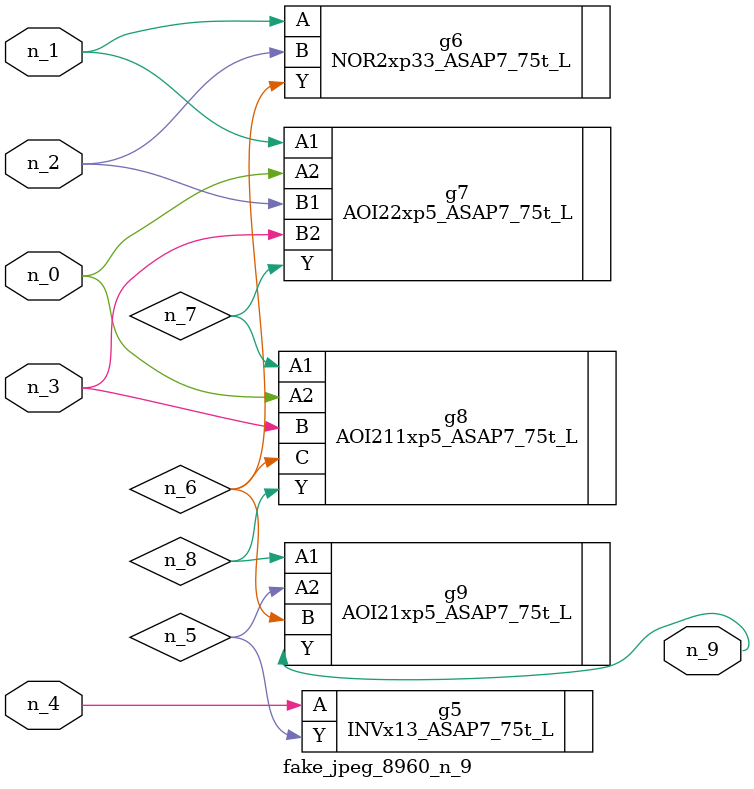
<source format=v>
module fake_jpeg_8960_n_9 (n_3, n_2, n_1, n_0, n_4, n_9);

input n_3;
input n_2;
input n_1;
input n_0;
input n_4;

output n_9;

wire n_8;
wire n_6;
wire n_5;
wire n_7;

INVx13_ASAP7_75t_L g5 ( 
.A(n_4),
.Y(n_5)
);

NOR2xp33_ASAP7_75t_L g6 ( 
.A(n_1),
.B(n_2),
.Y(n_6)
);

AOI22xp5_ASAP7_75t_L g7 ( 
.A1(n_1),
.A2(n_0),
.B1(n_2),
.B2(n_3),
.Y(n_7)
);

AOI211xp5_ASAP7_75t_L g8 ( 
.A1(n_7),
.A2(n_0),
.B(n_3),
.C(n_6),
.Y(n_8)
);

AOI21xp5_ASAP7_75t_L g9 ( 
.A1(n_8),
.A2(n_5),
.B(n_6),
.Y(n_9)
);


endmodule
</source>
